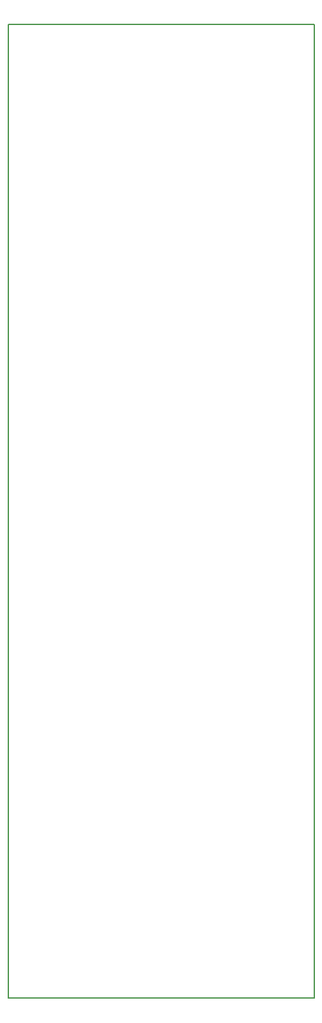
<source format=gko>
G04 DipTrace 3.3.0.0*
G04 uTides_PCBpanel.GKO*
%MOIN*%
G04 #@! TF.FileFunction,Profile*
G04 #@! TF.Part,Single*
%ADD11C,0.005512*%
%FSLAX26Y26*%
G04*
G70*
G90*
G75*
G01*
G04 BoardOutline*
%LPD*%
X394000Y5449948D2*
D11*
Y394000D1*
X1984000D1*
X1984091Y5449948D1*
X394000D1*
M02*

</source>
